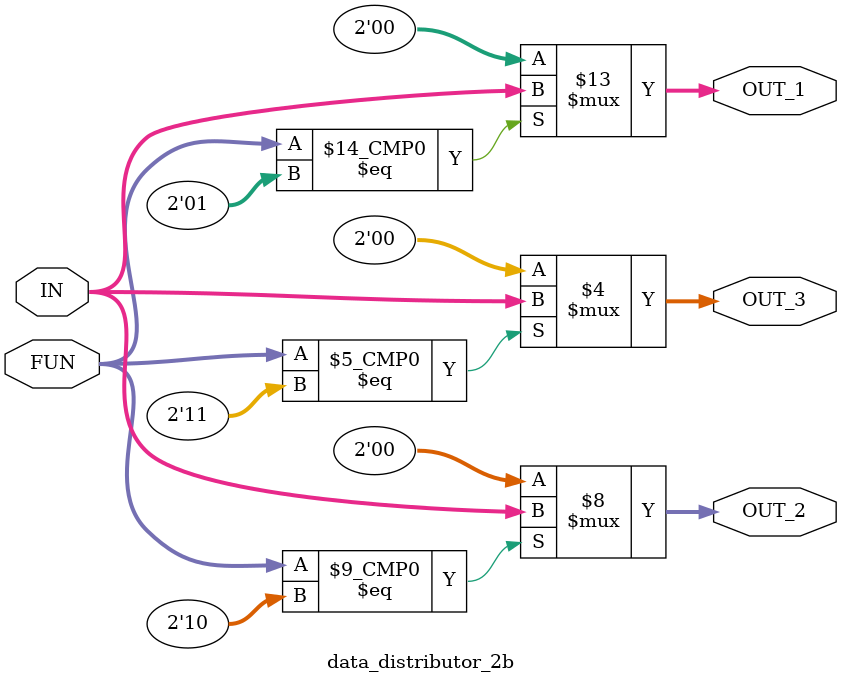
<source format=v>
/* 数据分配器(2位) */
module data_distributor_2b(
   input [1:0] FUN,    //选择输出端
   input [1:0] IN,     //信号输入
   output reg [1:0] OUT_1, //信号输出1
   output reg [1:0] OUT_2, //信号输出2
   output reg [1:0] OUT_3  //信号输出3
);
   initial begin
      OUT_1 = 2'b00;
      OUT_2 = 2'b00;
      OUT_3 = 2'b00;
   end
   always @ (FUN, IN) begin
      OUT_1 <= 2'b00;
      OUT_2 <= 2'b00;
      OUT_3 <= 2'b00;      
      case  (FUN)
         2'b01: OUT_1 <= IN;
         2'b10: OUT_2 <= IN;
         2'b11: OUT_3 <= IN;
			default begin
				OUT_1 <= 2'b00;
				OUT_2 <= 2'b00;
				OUT_3 <= 2'b00;
			end
      endcase
   end

endmodule

</source>
